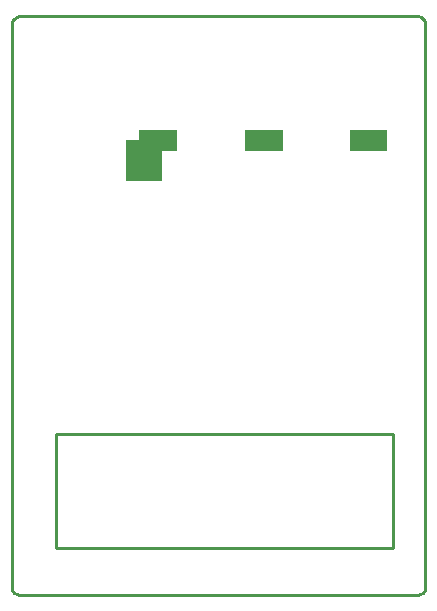
<source format=gko>
G04*
G04 #@! TF.GenerationSoftware,Altium Limited,Altium Designer,23.10.1 (27)*
G04*
G04 Layer_Color=16711935*
%FSLAX25Y25*%
%MOIN*%
G70*
G04*
G04 #@! TF.SameCoordinates,C0C592A9-96B4-4F53-9DEC-7EA94FB758FA*
G04*
G04*
G04 #@! TF.FilePolarity,Positive*
G04*
G01*
G75*
%ADD14C,0.01000*%
G36*
X200950Y374350D02*
X195900D01*
Y364500D01*
X184100D01*
Y377900D01*
X188450D01*
Y381450D01*
X200950D01*
Y374350D01*
D02*
G37*
G36*
X236250D02*
Y381450D01*
X223750D01*
Y374350D01*
X236250D01*
D02*
G37*
G36*
X271150D02*
Y381450D01*
X258650D01*
Y374350D01*
X271150D01*
D02*
G37*
D14*
X146000Y228995D02*
X146175Y228016D01*
X146712Y227178D01*
X147528Y226608D01*
X148500Y226395D01*
X281200Y226400D02*
X282180Y226575D01*
X283018Y227112D01*
X283587Y227928D01*
X283800Y228900D01*
X283795Y416700D02*
X283620Y417680D01*
X283084Y418518D01*
X282267Y419087D01*
X281295Y419300D01*
X148500D02*
X147528Y419087D01*
X146712Y418518D01*
X146175Y417680D01*
X146000Y416700D01*
X272900Y242200D02*
Y279995D01*
X160845Y242200D02*
Y279995D01*
X272900D01*
X160845Y242200D02*
X272900D01*
X148500Y419300D02*
X281295D01*
X283800Y228900D02*
Y416695D01*
X148500Y226395D02*
X281195D01*
X146000Y228995D02*
Y416700D01*
M02*

</source>
